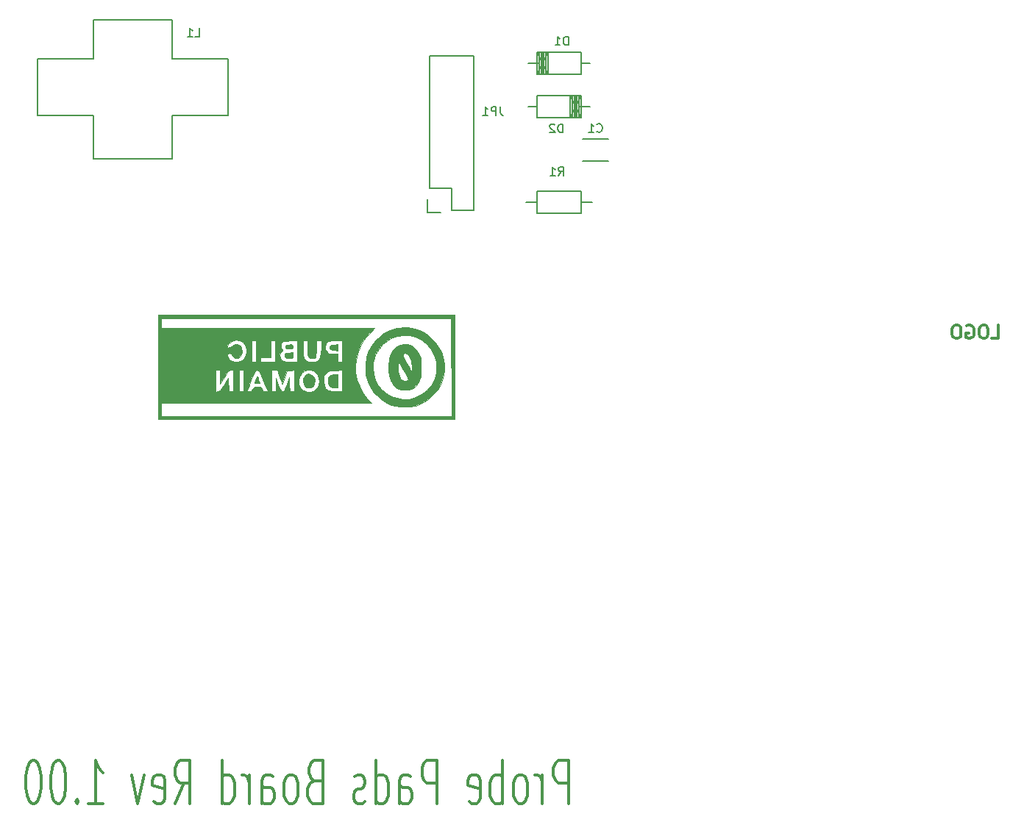
<source format=gbr>
G04 #@! TF.FileFunction,Legend,Bot*
%FSLAX46Y46*%
G04 Gerber Fmt 4.6, Leading zero omitted, Abs format (unit mm)*
G04 Created by KiCad (PCBNEW 4.0.2+dfsg1-stable) date Mon 14 Nov 2016 02:15:01 PM EST*
%MOMM*%
G01*
G04 APERTURE LIST*
%ADD10C,0.100000*%
%ADD11C,0.375000*%
%ADD12C,0.010000*%
%ADD13C,0.150000*%
%ADD14C,0.300000*%
G04 APERTURE END LIST*
D10*
D11*
X150142857Y-141261905D02*
X150142857Y-136261905D01*
X149000000Y-136261905D01*
X148714286Y-136500000D01*
X148571429Y-136738095D01*
X148428572Y-137214286D01*
X148428572Y-137928571D01*
X148571429Y-138404762D01*
X148714286Y-138642857D01*
X149000000Y-138880952D01*
X150142857Y-138880952D01*
X147142857Y-141261905D02*
X147142857Y-137928571D01*
X147142857Y-138880952D02*
X147000000Y-138404762D01*
X146857143Y-138166667D01*
X146571429Y-137928571D01*
X146285714Y-137928571D01*
X144857143Y-141261905D02*
X145142857Y-141023810D01*
X145285714Y-140785714D01*
X145428571Y-140309524D01*
X145428571Y-138880952D01*
X145285714Y-138404762D01*
X145142857Y-138166667D01*
X144857143Y-137928571D01*
X144428571Y-137928571D01*
X144142857Y-138166667D01*
X144000000Y-138404762D01*
X143857143Y-138880952D01*
X143857143Y-140309524D01*
X144000000Y-140785714D01*
X144142857Y-141023810D01*
X144428571Y-141261905D01*
X144857143Y-141261905D01*
X142571428Y-141261905D02*
X142571428Y-136261905D01*
X142571428Y-138166667D02*
X142285714Y-137928571D01*
X141714285Y-137928571D01*
X141428571Y-138166667D01*
X141285714Y-138404762D01*
X141142857Y-138880952D01*
X141142857Y-140309524D01*
X141285714Y-140785714D01*
X141428571Y-141023810D01*
X141714285Y-141261905D01*
X142285714Y-141261905D01*
X142571428Y-141023810D01*
X138714285Y-141023810D02*
X138999999Y-141261905D01*
X139571428Y-141261905D01*
X139857142Y-141023810D01*
X139999999Y-140547619D01*
X139999999Y-138642857D01*
X139857142Y-138166667D01*
X139571428Y-137928571D01*
X138999999Y-137928571D01*
X138714285Y-138166667D01*
X138571428Y-138642857D01*
X138571428Y-139119048D01*
X139999999Y-139595238D01*
X134999999Y-141261905D02*
X134999999Y-136261905D01*
X133857142Y-136261905D01*
X133571428Y-136500000D01*
X133428571Y-136738095D01*
X133285714Y-137214286D01*
X133285714Y-137928571D01*
X133428571Y-138404762D01*
X133571428Y-138642857D01*
X133857142Y-138880952D01*
X134999999Y-138880952D01*
X130714285Y-141261905D02*
X130714285Y-138642857D01*
X130857142Y-138166667D01*
X131142856Y-137928571D01*
X131714285Y-137928571D01*
X131999999Y-138166667D01*
X130714285Y-141023810D02*
X130999999Y-141261905D01*
X131714285Y-141261905D01*
X131999999Y-141023810D01*
X132142856Y-140547619D01*
X132142856Y-140071429D01*
X131999999Y-139595238D01*
X131714285Y-139357143D01*
X130999999Y-139357143D01*
X130714285Y-139119048D01*
X127999999Y-141261905D02*
X127999999Y-136261905D01*
X127999999Y-141023810D02*
X128285713Y-141261905D01*
X128857142Y-141261905D01*
X129142856Y-141023810D01*
X129285713Y-140785714D01*
X129428570Y-140309524D01*
X129428570Y-138880952D01*
X129285713Y-138404762D01*
X129142856Y-138166667D01*
X128857142Y-137928571D01*
X128285713Y-137928571D01*
X127999999Y-138166667D01*
X126714284Y-141023810D02*
X126428570Y-141261905D01*
X125857142Y-141261905D01*
X125571427Y-141023810D01*
X125428570Y-140547619D01*
X125428570Y-140309524D01*
X125571427Y-139833333D01*
X125857142Y-139595238D01*
X126285713Y-139595238D01*
X126571427Y-139357143D01*
X126714284Y-138880952D01*
X126714284Y-138642857D01*
X126571427Y-138166667D01*
X126285713Y-137928571D01*
X125857142Y-137928571D01*
X125571427Y-138166667D01*
X120857142Y-138642857D02*
X120428571Y-138880952D01*
X120285714Y-139119048D01*
X120142857Y-139595238D01*
X120142857Y-140309524D01*
X120285714Y-140785714D01*
X120428571Y-141023810D01*
X120714285Y-141261905D01*
X121857142Y-141261905D01*
X121857142Y-136261905D01*
X120857142Y-136261905D01*
X120571428Y-136500000D01*
X120428571Y-136738095D01*
X120285714Y-137214286D01*
X120285714Y-137690476D01*
X120428571Y-138166667D01*
X120571428Y-138404762D01*
X120857142Y-138642857D01*
X121857142Y-138642857D01*
X118428571Y-141261905D02*
X118714285Y-141023810D01*
X118857142Y-140785714D01*
X118999999Y-140309524D01*
X118999999Y-138880952D01*
X118857142Y-138404762D01*
X118714285Y-138166667D01*
X118428571Y-137928571D01*
X117999999Y-137928571D01*
X117714285Y-138166667D01*
X117571428Y-138404762D01*
X117428571Y-138880952D01*
X117428571Y-140309524D01*
X117571428Y-140785714D01*
X117714285Y-141023810D01*
X117999999Y-141261905D01*
X118428571Y-141261905D01*
X114857142Y-141261905D02*
X114857142Y-138642857D01*
X114999999Y-138166667D01*
X115285713Y-137928571D01*
X115857142Y-137928571D01*
X116142856Y-138166667D01*
X114857142Y-141023810D02*
X115142856Y-141261905D01*
X115857142Y-141261905D01*
X116142856Y-141023810D01*
X116285713Y-140547619D01*
X116285713Y-140071429D01*
X116142856Y-139595238D01*
X115857142Y-139357143D01*
X115142856Y-139357143D01*
X114857142Y-139119048D01*
X113428570Y-141261905D02*
X113428570Y-137928571D01*
X113428570Y-138880952D02*
X113285713Y-138404762D01*
X113142856Y-138166667D01*
X112857142Y-137928571D01*
X112571427Y-137928571D01*
X110285713Y-141261905D02*
X110285713Y-136261905D01*
X110285713Y-141023810D02*
X110571427Y-141261905D01*
X111142856Y-141261905D01*
X111428570Y-141023810D01*
X111571427Y-140785714D01*
X111714284Y-140309524D01*
X111714284Y-138880952D01*
X111571427Y-138404762D01*
X111428570Y-138166667D01*
X111142856Y-137928571D01*
X110571427Y-137928571D01*
X110285713Y-138166667D01*
X104857142Y-141261905D02*
X105857142Y-138880952D01*
X106571427Y-141261905D02*
X106571427Y-136261905D01*
X105428570Y-136261905D01*
X105142856Y-136500000D01*
X104999999Y-136738095D01*
X104857142Y-137214286D01*
X104857142Y-137928571D01*
X104999999Y-138404762D01*
X105142856Y-138642857D01*
X105428570Y-138880952D01*
X106571427Y-138880952D01*
X102428570Y-141023810D02*
X102714284Y-141261905D01*
X103285713Y-141261905D01*
X103571427Y-141023810D01*
X103714284Y-140547619D01*
X103714284Y-138642857D01*
X103571427Y-138166667D01*
X103285713Y-137928571D01*
X102714284Y-137928571D01*
X102428570Y-138166667D01*
X102285713Y-138642857D01*
X102285713Y-139119048D01*
X103714284Y-139595238D01*
X101285713Y-137928571D02*
X100571427Y-141261905D01*
X99857141Y-137928571D01*
X94857142Y-141261905D02*
X96571427Y-141261905D01*
X95714285Y-141261905D02*
X95714285Y-136261905D01*
X95999999Y-136976190D01*
X96285713Y-137452381D01*
X96571427Y-137690476D01*
X93571427Y-140785714D02*
X93428570Y-141023810D01*
X93571427Y-141261905D01*
X93714284Y-141023810D01*
X93571427Y-140785714D01*
X93571427Y-141261905D01*
X91571428Y-136261905D02*
X91285713Y-136261905D01*
X90999999Y-136500000D01*
X90857142Y-136738095D01*
X90714285Y-137214286D01*
X90571428Y-138166667D01*
X90571428Y-139357143D01*
X90714285Y-140309524D01*
X90857142Y-140785714D01*
X90999999Y-141023810D01*
X91285713Y-141261905D01*
X91571428Y-141261905D01*
X91857142Y-141023810D01*
X91999999Y-140785714D01*
X92142856Y-140309524D01*
X92285713Y-139357143D01*
X92285713Y-138166667D01*
X92142856Y-137214286D01*
X91999999Y-136738095D01*
X91857142Y-136500000D01*
X91571428Y-136261905D01*
X88714285Y-136261905D02*
X88428570Y-136261905D01*
X88142856Y-136500000D01*
X87999999Y-136738095D01*
X87857142Y-137214286D01*
X87714285Y-138166667D01*
X87714285Y-139357143D01*
X87857142Y-140309524D01*
X87999999Y-140785714D01*
X88142856Y-141023810D01*
X88428570Y-141261905D01*
X88714285Y-141261905D01*
X88999999Y-141023810D01*
X89142856Y-140785714D01*
X89285713Y-140309524D01*
X89428570Y-139357143D01*
X89428570Y-138166667D01*
X89285713Y-137214286D01*
X89142856Y-136738095D01*
X88999999Y-136500000D01*
X88714285Y-136261905D01*
D12*
G36*
X102897334Y-97011333D02*
X137018000Y-97011333D01*
X137018000Y-96672667D01*
X136680534Y-96672667D01*
X103236000Y-96672667D01*
X103236000Y-95148667D01*
X127464875Y-95148667D01*
X126984977Y-94619500D01*
X126492133Y-93964457D01*
X126401853Y-93794000D01*
X124064000Y-93794000D01*
X123382463Y-93794000D01*
X122899429Y-93771761D01*
X122554886Y-93706728D01*
X122452562Y-93665567D01*
X122183386Y-93446113D01*
X122017735Y-93112916D01*
X121952409Y-92670697D01*
X121431099Y-92670697D01*
X121368451Y-93068796D01*
X121297590Y-93262778D01*
X121072625Y-93554318D01*
X120746601Y-93750979D01*
X120365097Y-93842569D01*
X119973691Y-93818894D01*
X119914311Y-93794000D01*
X118560667Y-93794000D01*
X118058799Y-93794000D01*
X118034566Y-92968500D01*
X118010334Y-92143000D01*
X117726587Y-92973296D01*
X117596561Y-93345712D01*
X117501354Y-93584828D01*
X117423633Y-93718446D01*
X117346064Y-93774368D01*
X117251315Y-93780395D01*
X117225117Y-93777629D01*
X117116683Y-93748153D01*
X117027711Y-93668835D01*
X116939485Y-93508835D01*
X116833286Y-93237316D01*
X116746863Y-92989667D01*
X116486334Y-92227667D01*
X116461990Y-93010833D01*
X116437646Y-93794000D01*
X115936000Y-93794000D01*
X115497853Y-93794000D01*
X115215654Y-93794000D01*
X115014601Y-93771962D01*
X114917121Y-93674088D01*
X114877667Y-93540000D01*
X114837038Y-93397576D01*
X114765231Y-93321735D01*
X114616983Y-93291528D01*
X114347029Y-93286004D01*
X114328889Y-93286000D01*
X114049802Y-93291596D01*
X113891768Y-93322426D01*
X113806558Y-93399556D01*
X113747354Y-93540000D01*
X113650538Y-93723695D01*
X113493815Y-93789362D01*
X113393349Y-93794000D01*
X113219405Y-93775237D01*
X113154832Y-93729616D01*
X113156112Y-93725113D01*
X113193869Y-93624796D01*
X113278588Y-93395578D01*
X113399166Y-93067622D01*
X113544499Y-92671093D01*
X113607667Y-92498422D01*
X113773240Y-92048320D01*
X113895160Y-91733207D01*
X113987799Y-91528989D01*
X114065524Y-91411574D01*
X114142706Y-91356868D01*
X114233714Y-91340777D01*
X114298765Y-91339643D01*
X114437483Y-91348921D01*
X114536735Y-91399997D01*
X114623451Y-91525900D01*
X114724563Y-91759660D01*
X114798460Y-91952500D01*
X114955704Y-92367949D01*
X115131276Y-92830756D01*
X115264121Y-93180167D01*
X115497853Y-93794000D01*
X115936000Y-93794000D01*
X115936000Y-91338667D01*
X112718667Y-91338667D01*
X112718667Y-93794000D01*
X112210667Y-93794000D01*
X112210667Y-91338667D01*
X111533334Y-91338667D01*
X111533334Y-93794000D01*
X111031688Y-93794000D01*
X110983000Y-92227886D01*
X110510690Y-92989776D01*
X110291311Y-93335396D01*
X110130684Y-93560550D01*
X110003746Y-93691909D01*
X109885437Y-93756144D01*
X109769857Y-93778198D01*
X109501334Y-93804729D01*
X109501334Y-91338667D01*
X110002979Y-91338667D01*
X110027323Y-92117918D01*
X110051667Y-92897170D01*
X110517334Y-92119334D01*
X110728182Y-91773135D01*
X110879763Y-91548090D01*
X110996724Y-91418272D01*
X111103714Y-91357756D01*
X111225379Y-91340616D01*
X111258167Y-91340082D01*
X111533334Y-91338667D01*
X112210667Y-91338667D01*
X112718667Y-91338667D01*
X115936000Y-91338667D01*
X116674632Y-91338667D01*
X116916273Y-92143000D01*
X117022820Y-92482465D01*
X117115822Y-92751105D01*
X117182773Y-92914262D01*
X117206461Y-92947333D01*
X117251626Y-92872317D01*
X117333832Y-92670438D01*
X117439577Y-92376445D01*
X117510709Y-92164167D01*
X117766409Y-91381000D01*
X118163538Y-91355194D01*
X118560667Y-91329389D01*
X118560667Y-93794000D01*
X119914311Y-93794000D01*
X119617961Y-93669761D01*
X119583997Y-93646015D01*
X119286094Y-93329474D01*
X119119760Y-92930721D01*
X119091677Y-92481897D01*
X119208522Y-92015142D01*
X119233207Y-91958115D01*
X119454460Y-91627895D01*
X119768716Y-91425877D01*
X120193262Y-91342236D01*
X120323045Y-91338667D01*
X120749112Y-91405860D01*
X121080583Y-91611981D01*
X121314025Y-91934604D01*
X121413273Y-92267050D01*
X121431099Y-92670697D01*
X121952409Y-92670697D01*
X121949765Y-92652804D01*
X121947334Y-92526961D01*
X121957231Y-92223597D01*
X122002942Y-92019621D01*
X122108494Y-91845498D01*
X122232159Y-91702715D01*
X122372844Y-91555939D01*
X122497514Y-91462728D01*
X122650653Y-91408466D01*
X122876744Y-91378533D01*
X123220272Y-91358313D01*
X123290492Y-91354936D01*
X124064000Y-91317954D01*
X124064000Y-93794000D01*
X126401853Y-93794000D01*
X126088735Y-93202811D01*
X125792892Y-92381474D01*
X125622710Y-91547360D01*
X125588000Y-91000000D01*
X125670857Y-90101086D01*
X125912886Y-89214952D01*
X126304283Y-88365293D01*
X126582234Y-87952000D01*
X124064000Y-87952000D01*
X124064000Y-90407333D01*
X123810000Y-90407333D01*
X123664793Y-90399514D01*
X123589213Y-90348269D01*
X123560527Y-90211920D01*
X123556001Y-89948788D01*
X123556000Y-89941667D01*
X123556000Y-89476000D01*
X123083821Y-89476000D01*
X122788842Y-89463099D01*
X122592759Y-89408464D01*
X122426073Y-89288196D01*
X122364154Y-89228513D01*
X122164254Y-88939858D01*
X122127982Y-88627207D01*
X122240536Y-88296722D01*
X122334104Y-88144118D01*
X122449543Y-88044390D01*
X122622417Y-87986498D01*
X122888290Y-87959407D01*
X123282728Y-87952077D01*
X123351259Y-87952000D01*
X121712066Y-87952000D01*
X121680745Y-88867094D01*
X121644782Y-89419560D01*
X121570440Y-89825368D01*
X121443060Y-90105525D01*
X121247982Y-90281035D01*
X120970548Y-90372907D01*
X120609629Y-90401966D01*
X120316208Y-90375630D01*
X120050450Y-90303683D01*
X120004975Y-90282906D01*
X119827087Y-90148567D01*
X119702644Y-89942744D01*
X119624378Y-89640041D01*
X119585025Y-89215067D01*
X119576667Y-88786032D01*
X119576667Y-87952000D01*
X118899334Y-87952000D01*
X118899334Y-90407333D01*
X118327834Y-90406861D01*
X117975928Y-90393091D01*
X117642315Y-90357820D01*
X117438969Y-90318252D01*
X117131243Y-90161764D01*
X116952815Y-89920441D01*
X116912868Y-89628805D01*
X117020584Y-89321375D01*
X117133885Y-89171208D01*
X117239544Y-89033778D01*
X117226955Y-88943766D01*
X117166488Y-88885674D01*
X117075904Y-88730262D01*
X117036709Y-88503981D01*
X117036667Y-88496767D01*
X117069699Y-88268773D01*
X117183641Y-88111163D01*
X117400764Y-88013100D01*
X117743340Y-87963748D01*
X118156173Y-87952000D01*
X116359334Y-87952000D01*
X116359334Y-90407333D01*
X114666000Y-90407333D01*
X114666000Y-89899333D01*
X115851334Y-89899333D01*
X115851334Y-87952000D01*
X114158000Y-87952000D01*
X114158000Y-90407333D01*
X113650000Y-90407333D01*
X113650000Y-89264375D01*
X113103734Y-89264375D01*
X113003767Y-89642226D01*
X112815635Y-89987384D01*
X112564681Y-90246010D01*
X112422334Y-90326559D01*
X112102658Y-90394119D01*
X111730551Y-90383157D01*
X111401293Y-90297954D01*
X111361229Y-90278900D01*
X111134111Y-90096236D01*
X110950923Y-89836906D01*
X110859195Y-89572067D01*
X110856000Y-89522538D01*
X110925553Y-89419826D01*
X111110000Y-89391333D01*
X111311653Y-89429197D01*
X111364000Y-89518333D01*
X111436639Y-89703794D01*
X111613756Y-89872833D01*
X111834154Y-89974027D01*
X111918182Y-89984000D01*
X112126392Y-89925409D01*
X112333894Y-89783665D01*
X112341516Y-89776182D01*
X112504718Y-89504970D01*
X112564379Y-89164305D01*
X112520497Y-88818724D01*
X112373072Y-88532761D01*
X112341516Y-88498485D01*
X112103169Y-88328225D01*
X111866313Y-88315178D01*
X111601767Y-88459483D01*
X111548774Y-88502333D01*
X111366105Y-88616030D01*
X111155730Y-88694416D01*
X110970861Y-88724805D01*
X110864710Y-88694516D01*
X110856000Y-88667462D01*
X110919780Y-88473539D01*
X111078091Y-88251509D01*
X111281396Y-88062243D01*
X111409238Y-87987663D01*
X111863572Y-87873984D01*
X112276746Y-87918139D01*
X112630623Y-88110200D01*
X112907064Y-88440239D01*
X113087930Y-88898331D01*
X113090194Y-88907672D01*
X113103734Y-89264375D01*
X113650000Y-89264375D01*
X113650000Y-87952000D01*
X114158000Y-87952000D01*
X115851334Y-87952000D01*
X116359334Y-87952000D01*
X118156173Y-87952000D01*
X118899334Y-87952000D01*
X119576667Y-87952000D01*
X120084667Y-87952000D01*
X120084667Y-88779828D01*
X120100031Y-89275104D01*
X120151348Y-89623231D01*
X120246459Y-89844039D01*
X120393205Y-89957362D01*
X120560701Y-89984000D01*
X120781466Y-89971085D01*
X120932520Y-89914577D01*
X121026900Y-89787827D01*
X121077645Y-89564189D01*
X121097790Y-89217016D01*
X121100667Y-88880354D01*
X121100667Y-87952000D01*
X121712066Y-87952000D01*
X123351259Y-87952000D01*
X124064000Y-87952000D01*
X126582234Y-87952000D01*
X126835238Y-87575804D01*
X127161109Y-87199173D01*
X127806925Y-86512667D01*
X115517594Y-86512667D01*
X103228264Y-86512666D01*
X103253299Y-85941166D01*
X103278334Y-85369667D01*
X136637000Y-85369667D01*
X136680534Y-96672667D01*
X137018000Y-96672667D01*
X137018000Y-84988667D01*
X102897334Y-84988667D01*
X102897334Y-97011333D01*
X102897334Y-97011333D01*
G37*
X102897334Y-97011333D02*
X137018000Y-97011333D01*
X137018000Y-96672667D01*
X136680534Y-96672667D01*
X103236000Y-96672667D01*
X103236000Y-95148667D01*
X127464875Y-95148667D01*
X126984977Y-94619500D01*
X126492133Y-93964457D01*
X126401853Y-93794000D01*
X124064000Y-93794000D01*
X123382463Y-93794000D01*
X122899429Y-93771761D01*
X122554886Y-93706728D01*
X122452562Y-93665567D01*
X122183386Y-93446113D01*
X122017735Y-93112916D01*
X121952409Y-92670697D01*
X121431099Y-92670697D01*
X121368451Y-93068796D01*
X121297590Y-93262778D01*
X121072625Y-93554318D01*
X120746601Y-93750979D01*
X120365097Y-93842569D01*
X119973691Y-93818894D01*
X119914311Y-93794000D01*
X118560667Y-93794000D01*
X118058799Y-93794000D01*
X118034566Y-92968500D01*
X118010334Y-92143000D01*
X117726587Y-92973296D01*
X117596561Y-93345712D01*
X117501354Y-93584828D01*
X117423633Y-93718446D01*
X117346064Y-93774368D01*
X117251315Y-93780395D01*
X117225117Y-93777629D01*
X117116683Y-93748153D01*
X117027711Y-93668835D01*
X116939485Y-93508835D01*
X116833286Y-93237316D01*
X116746863Y-92989667D01*
X116486334Y-92227667D01*
X116461990Y-93010833D01*
X116437646Y-93794000D01*
X115936000Y-93794000D01*
X115497853Y-93794000D01*
X115215654Y-93794000D01*
X115014601Y-93771962D01*
X114917121Y-93674088D01*
X114877667Y-93540000D01*
X114837038Y-93397576D01*
X114765231Y-93321735D01*
X114616983Y-93291528D01*
X114347029Y-93286004D01*
X114328889Y-93286000D01*
X114049802Y-93291596D01*
X113891768Y-93322426D01*
X113806558Y-93399556D01*
X113747354Y-93540000D01*
X113650538Y-93723695D01*
X113493815Y-93789362D01*
X113393349Y-93794000D01*
X113219405Y-93775237D01*
X113154832Y-93729616D01*
X113156112Y-93725113D01*
X113193869Y-93624796D01*
X113278588Y-93395578D01*
X113399166Y-93067622D01*
X113544499Y-92671093D01*
X113607667Y-92498422D01*
X113773240Y-92048320D01*
X113895160Y-91733207D01*
X113987799Y-91528989D01*
X114065524Y-91411574D01*
X114142706Y-91356868D01*
X114233714Y-91340777D01*
X114298765Y-91339643D01*
X114437483Y-91348921D01*
X114536735Y-91399997D01*
X114623451Y-91525900D01*
X114724563Y-91759660D01*
X114798460Y-91952500D01*
X114955704Y-92367949D01*
X115131276Y-92830756D01*
X115264121Y-93180167D01*
X115497853Y-93794000D01*
X115936000Y-93794000D01*
X115936000Y-91338667D01*
X112718667Y-91338667D01*
X112718667Y-93794000D01*
X112210667Y-93794000D01*
X112210667Y-91338667D01*
X111533334Y-91338667D01*
X111533334Y-93794000D01*
X111031688Y-93794000D01*
X110983000Y-92227886D01*
X110510690Y-92989776D01*
X110291311Y-93335396D01*
X110130684Y-93560550D01*
X110003746Y-93691909D01*
X109885437Y-93756144D01*
X109769857Y-93778198D01*
X109501334Y-93804729D01*
X109501334Y-91338667D01*
X110002979Y-91338667D01*
X110027323Y-92117918D01*
X110051667Y-92897170D01*
X110517334Y-92119334D01*
X110728182Y-91773135D01*
X110879763Y-91548090D01*
X110996724Y-91418272D01*
X111103714Y-91357756D01*
X111225379Y-91340616D01*
X111258167Y-91340082D01*
X111533334Y-91338667D01*
X112210667Y-91338667D01*
X112718667Y-91338667D01*
X115936000Y-91338667D01*
X116674632Y-91338667D01*
X116916273Y-92143000D01*
X117022820Y-92482465D01*
X117115822Y-92751105D01*
X117182773Y-92914262D01*
X117206461Y-92947333D01*
X117251626Y-92872317D01*
X117333832Y-92670438D01*
X117439577Y-92376445D01*
X117510709Y-92164167D01*
X117766409Y-91381000D01*
X118163538Y-91355194D01*
X118560667Y-91329389D01*
X118560667Y-93794000D01*
X119914311Y-93794000D01*
X119617961Y-93669761D01*
X119583997Y-93646015D01*
X119286094Y-93329474D01*
X119119760Y-92930721D01*
X119091677Y-92481897D01*
X119208522Y-92015142D01*
X119233207Y-91958115D01*
X119454460Y-91627895D01*
X119768716Y-91425877D01*
X120193262Y-91342236D01*
X120323045Y-91338667D01*
X120749112Y-91405860D01*
X121080583Y-91611981D01*
X121314025Y-91934604D01*
X121413273Y-92267050D01*
X121431099Y-92670697D01*
X121952409Y-92670697D01*
X121949765Y-92652804D01*
X121947334Y-92526961D01*
X121957231Y-92223597D01*
X122002942Y-92019621D01*
X122108494Y-91845498D01*
X122232159Y-91702715D01*
X122372844Y-91555939D01*
X122497514Y-91462728D01*
X122650653Y-91408466D01*
X122876744Y-91378533D01*
X123220272Y-91358313D01*
X123290492Y-91354936D01*
X124064000Y-91317954D01*
X124064000Y-93794000D01*
X126401853Y-93794000D01*
X126088735Y-93202811D01*
X125792892Y-92381474D01*
X125622710Y-91547360D01*
X125588000Y-91000000D01*
X125670857Y-90101086D01*
X125912886Y-89214952D01*
X126304283Y-88365293D01*
X126582234Y-87952000D01*
X124064000Y-87952000D01*
X124064000Y-90407333D01*
X123810000Y-90407333D01*
X123664793Y-90399514D01*
X123589213Y-90348269D01*
X123560527Y-90211920D01*
X123556001Y-89948788D01*
X123556000Y-89941667D01*
X123556000Y-89476000D01*
X123083821Y-89476000D01*
X122788842Y-89463099D01*
X122592759Y-89408464D01*
X122426073Y-89288196D01*
X122364154Y-89228513D01*
X122164254Y-88939858D01*
X122127982Y-88627207D01*
X122240536Y-88296722D01*
X122334104Y-88144118D01*
X122449543Y-88044390D01*
X122622417Y-87986498D01*
X122888290Y-87959407D01*
X123282728Y-87952077D01*
X123351259Y-87952000D01*
X121712066Y-87952000D01*
X121680745Y-88867094D01*
X121644782Y-89419560D01*
X121570440Y-89825368D01*
X121443060Y-90105525D01*
X121247982Y-90281035D01*
X120970548Y-90372907D01*
X120609629Y-90401966D01*
X120316208Y-90375630D01*
X120050450Y-90303683D01*
X120004975Y-90282906D01*
X119827087Y-90148567D01*
X119702644Y-89942744D01*
X119624378Y-89640041D01*
X119585025Y-89215067D01*
X119576667Y-88786032D01*
X119576667Y-87952000D01*
X118899334Y-87952000D01*
X118899334Y-90407333D01*
X118327834Y-90406861D01*
X117975928Y-90393091D01*
X117642315Y-90357820D01*
X117438969Y-90318252D01*
X117131243Y-90161764D01*
X116952815Y-89920441D01*
X116912868Y-89628805D01*
X117020584Y-89321375D01*
X117133885Y-89171208D01*
X117239544Y-89033778D01*
X117226955Y-88943766D01*
X117166488Y-88885674D01*
X117075904Y-88730262D01*
X117036709Y-88503981D01*
X117036667Y-88496767D01*
X117069699Y-88268773D01*
X117183641Y-88111163D01*
X117400764Y-88013100D01*
X117743340Y-87963748D01*
X118156173Y-87952000D01*
X116359334Y-87952000D01*
X116359334Y-90407333D01*
X114666000Y-90407333D01*
X114666000Y-89899333D01*
X115851334Y-89899333D01*
X115851334Y-87952000D01*
X114158000Y-87952000D01*
X114158000Y-90407333D01*
X113650000Y-90407333D01*
X113650000Y-89264375D01*
X113103734Y-89264375D01*
X113003767Y-89642226D01*
X112815635Y-89987384D01*
X112564681Y-90246010D01*
X112422334Y-90326559D01*
X112102658Y-90394119D01*
X111730551Y-90383157D01*
X111401293Y-90297954D01*
X111361229Y-90278900D01*
X111134111Y-90096236D01*
X110950923Y-89836906D01*
X110859195Y-89572067D01*
X110856000Y-89522538D01*
X110925553Y-89419826D01*
X111110000Y-89391333D01*
X111311653Y-89429197D01*
X111364000Y-89518333D01*
X111436639Y-89703794D01*
X111613756Y-89872833D01*
X111834154Y-89974027D01*
X111918182Y-89984000D01*
X112126392Y-89925409D01*
X112333894Y-89783665D01*
X112341516Y-89776182D01*
X112504718Y-89504970D01*
X112564379Y-89164305D01*
X112520497Y-88818724D01*
X112373072Y-88532761D01*
X112341516Y-88498485D01*
X112103169Y-88328225D01*
X111866313Y-88315178D01*
X111601767Y-88459483D01*
X111548774Y-88502333D01*
X111366105Y-88616030D01*
X111155730Y-88694416D01*
X110970861Y-88724805D01*
X110864710Y-88694516D01*
X110856000Y-88667462D01*
X110919780Y-88473539D01*
X111078091Y-88251509D01*
X111281396Y-88062243D01*
X111409238Y-87987663D01*
X111863572Y-87873984D01*
X112276746Y-87918139D01*
X112630623Y-88110200D01*
X112907064Y-88440239D01*
X113087930Y-88898331D01*
X113090194Y-88907672D01*
X113103734Y-89264375D01*
X113650000Y-89264375D01*
X113650000Y-87952000D01*
X114158000Y-87952000D01*
X115851334Y-87952000D01*
X116359334Y-87952000D01*
X118156173Y-87952000D01*
X118899334Y-87952000D01*
X119576667Y-87952000D01*
X120084667Y-87952000D01*
X120084667Y-88779828D01*
X120100031Y-89275104D01*
X120151348Y-89623231D01*
X120246459Y-89844039D01*
X120393205Y-89957362D01*
X120560701Y-89984000D01*
X120781466Y-89971085D01*
X120932520Y-89914577D01*
X121026900Y-89787827D01*
X121077645Y-89564189D01*
X121097790Y-89217016D01*
X121100667Y-88880354D01*
X121100667Y-87952000D01*
X121712066Y-87952000D01*
X123351259Y-87952000D01*
X124064000Y-87952000D01*
X126582234Y-87952000D01*
X126835238Y-87575804D01*
X127161109Y-87199173D01*
X127806925Y-86512667D01*
X115517594Y-86512667D01*
X103228264Y-86512666D01*
X103253299Y-85941166D01*
X103278334Y-85369667D01*
X136637000Y-85369667D01*
X136680534Y-96672667D01*
X137018000Y-96672667D01*
X137018000Y-84988667D01*
X102897334Y-84988667D01*
X102897334Y-97011333D01*
G36*
X130450018Y-86504492D02*
X129631130Y-86728139D01*
X128886051Y-87102615D01*
X128208786Y-87630341D01*
X128090371Y-87745037D01*
X127534322Y-88404645D01*
X127133473Y-89121036D01*
X126882868Y-89906462D01*
X126777546Y-90773178D01*
X126773334Y-91000000D01*
X126836680Y-91861207D01*
X127033609Y-92636643D01*
X127374458Y-93356657D01*
X127771375Y-93930520D01*
X128127912Y-94302813D01*
X128593643Y-94676630D01*
X129113255Y-95013348D01*
X129631438Y-95274347D01*
X129779000Y-95332346D01*
X130226753Y-95448849D01*
X130775718Y-95523225D01*
X131364416Y-95552999D01*
X131931367Y-95535699D01*
X132415093Y-95468854D01*
X132521157Y-95442632D01*
X133292624Y-95142297D01*
X134001403Y-94698907D01*
X134626317Y-94133577D01*
X135146191Y-93467417D01*
X135539846Y-92721541D01*
X135697592Y-92275799D01*
X135781661Y-91846781D01*
X135823762Y-91316832D01*
X135823762Y-90817076D01*
X134969009Y-90817076D01*
X134932530Y-91612960D01*
X134742836Y-92338166D01*
X134396998Y-93000046D01*
X133892086Y-93605952D01*
X133835482Y-93661115D01*
X133220743Y-94140193D01*
X132539303Y-94474633D01*
X131814024Y-94659553D01*
X131067763Y-94690067D01*
X130323381Y-94561292D01*
X130047883Y-94470373D01*
X129557486Y-94232745D01*
X129059251Y-93899922D01*
X128609264Y-93514816D01*
X128263612Y-93120342D01*
X128240797Y-93087692D01*
X127918530Y-92478660D01*
X127710609Y-91786066D01*
X127625916Y-91058829D01*
X127673334Y-90345870D01*
X127709738Y-90163041D01*
X127936908Y-89513437D01*
X128298076Y-88892611D01*
X128763153Y-88338757D01*
X129302054Y-87890068D01*
X129667484Y-87677825D01*
X130407651Y-87405683D01*
X131153121Y-87294722D01*
X131885605Y-87338443D01*
X132586813Y-87530346D01*
X133238455Y-87863931D01*
X133822241Y-88332697D01*
X134319881Y-88930145D01*
X134614336Y-89435861D01*
X134781669Y-89796077D01*
X134883214Y-90091062D01*
X134938696Y-90397640D01*
X134967843Y-90792634D01*
X134969009Y-90817076D01*
X135823762Y-90817076D01*
X135823763Y-90749106D01*
X135781530Y-90206759D01*
X135702881Y-89775293D01*
X135503075Y-89189418D01*
X135210434Y-88646125D01*
X134799493Y-88102462D01*
X134542395Y-87817801D01*
X133897562Y-87237731D01*
X133206789Y-86817998D01*
X132456613Y-86552748D01*
X131633573Y-86436128D01*
X131348712Y-86429251D01*
X130450018Y-86504492D01*
X130450018Y-86504492D01*
G37*
X130450018Y-86504492D02*
X129631130Y-86728139D01*
X128886051Y-87102615D01*
X128208786Y-87630341D01*
X128090371Y-87745037D01*
X127534322Y-88404645D01*
X127133473Y-89121036D01*
X126882868Y-89906462D01*
X126777546Y-90773178D01*
X126773334Y-91000000D01*
X126836680Y-91861207D01*
X127033609Y-92636643D01*
X127374458Y-93356657D01*
X127771375Y-93930520D01*
X128127912Y-94302813D01*
X128593643Y-94676630D01*
X129113255Y-95013348D01*
X129631438Y-95274347D01*
X129779000Y-95332346D01*
X130226753Y-95448849D01*
X130775718Y-95523225D01*
X131364416Y-95552999D01*
X131931367Y-95535699D01*
X132415093Y-95468854D01*
X132521157Y-95442632D01*
X133292624Y-95142297D01*
X134001403Y-94698907D01*
X134626317Y-94133577D01*
X135146191Y-93467417D01*
X135539846Y-92721541D01*
X135697592Y-92275799D01*
X135781661Y-91846781D01*
X135823762Y-91316832D01*
X135823762Y-90817076D01*
X134969009Y-90817076D01*
X134932530Y-91612960D01*
X134742836Y-92338166D01*
X134396998Y-93000046D01*
X133892086Y-93605952D01*
X133835482Y-93661115D01*
X133220743Y-94140193D01*
X132539303Y-94474633D01*
X131814024Y-94659553D01*
X131067763Y-94690067D01*
X130323381Y-94561292D01*
X130047883Y-94470373D01*
X129557486Y-94232745D01*
X129059251Y-93899922D01*
X128609264Y-93514816D01*
X128263612Y-93120342D01*
X128240797Y-93087692D01*
X127918530Y-92478660D01*
X127710609Y-91786066D01*
X127625916Y-91058829D01*
X127673334Y-90345870D01*
X127709738Y-90163041D01*
X127936908Y-89513437D01*
X128298076Y-88892611D01*
X128763153Y-88338757D01*
X129302054Y-87890068D01*
X129667484Y-87677825D01*
X130407651Y-87405683D01*
X131153121Y-87294722D01*
X131885605Y-87338443D01*
X132586813Y-87530346D01*
X133238455Y-87863931D01*
X133822241Y-88332697D01*
X134319881Y-88930145D01*
X134614336Y-89435861D01*
X134781669Y-89796077D01*
X134883214Y-90091062D01*
X134938696Y-90397640D01*
X134967843Y-90792634D01*
X134969009Y-90817076D01*
X135823762Y-90817076D01*
X135823763Y-90749106D01*
X135781530Y-90206759D01*
X135702881Y-89775293D01*
X135503075Y-89189418D01*
X135210434Y-88646125D01*
X134799493Y-88102462D01*
X134542395Y-87817801D01*
X133897562Y-87237731D01*
X133206789Y-86817998D01*
X132456613Y-86552748D01*
X131633573Y-86436128D01*
X131348712Y-86429251D01*
X130450018Y-86504492D01*
G36*
X119958103Y-91848273D02*
X119765954Y-92035190D01*
X119642551Y-92297000D01*
X119610246Y-92610409D01*
X119691389Y-92952123D01*
X119720113Y-93015547D01*
X119842404Y-93221788D01*
X119986991Y-93318123D01*
X120223229Y-93353899D01*
X120472103Y-93351626D01*
X120634543Y-93278573D01*
X120752395Y-93151981D01*
X120901595Y-92846789D01*
X120936377Y-92498674D01*
X120858255Y-92169681D01*
X120723516Y-91969818D01*
X120459235Y-91792293D01*
X120196647Y-91759542D01*
X119958103Y-91848273D01*
X119958103Y-91848273D01*
G37*
X119958103Y-91848273D02*
X119765954Y-92035190D01*
X119642551Y-92297000D01*
X119610246Y-92610409D01*
X119691389Y-92952123D01*
X119720113Y-93015547D01*
X119842404Y-93221788D01*
X119986991Y-93318123D01*
X120223229Y-93353899D01*
X120472103Y-93351626D01*
X120634543Y-93278573D01*
X120752395Y-93151981D01*
X120901595Y-92846789D01*
X120936377Y-92498674D01*
X120858255Y-92169681D01*
X120723516Y-91969818D01*
X120459235Y-91792293D01*
X120196647Y-91759542D01*
X119958103Y-91848273D01*
G36*
X122818309Y-91895812D02*
X122589133Y-92051922D01*
X122474531Y-92328009D01*
X122455334Y-92570182D01*
X122517795Y-92948296D01*
X122700698Y-93210367D01*
X122997319Y-93349296D01*
X123213485Y-93370667D01*
X123556000Y-93370667D01*
X123556000Y-91846667D01*
X123175000Y-91846667D01*
X122818309Y-91895812D01*
X122818309Y-91895812D01*
G37*
X122818309Y-91895812D02*
X122589133Y-92051922D01*
X122474531Y-92328009D01*
X122455334Y-92570182D01*
X122517795Y-92948296D01*
X122700698Y-93210367D01*
X122997319Y-93349296D01*
X123213485Y-93370667D01*
X123556000Y-93370667D01*
X123556000Y-91846667D01*
X123175000Y-91846667D01*
X122818309Y-91895812D01*
G36*
X114254353Y-92118130D02*
X114181563Y-92318258D01*
X114133071Y-92460500D01*
X113998945Y-92862667D01*
X114299318Y-92862667D01*
X114496418Y-92851522D01*
X114565745Y-92795066D01*
X114548512Y-92658769D01*
X114547503Y-92654734D01*
X114475963Y-92409097D01*
X114396569Y-92191851D01*
X114328530Y-92050848D01*
X114294896Y-92025424D01*
X114254353Y-92118130D01*
X114254353Y-92118130D01*
G37*
X114254353Y-92118130D02*
X114181563Y-92318258D01*
X114133071Y-92460500D01*
X113998945Y-92862667D01*
X114299318Y-92862667D01*
X114496418Y-92851522D01*
X114565745Y-92795066D01*
X114548512Y-92658769D01*
X114547503Y-92654734D01*
X114475963Y-92409097D01*
X114396569Y-92191851D01*
X114328530Y-92050848D01*
X114294896Y-92025424D01*
X114254353Y-92118130D01*
G36*
X123162507Y-88391861D02*
X122839001Y-88450135D01*
X122676106Y-88565833D01*
X122624233Y-88760883D01*
X122725930Y-88913308D01*
X122968105Y-89010451D01*
X123162507Y-89036139D01*
X123556000Y-89061944D01*
X123556000Y-88366055D01*
X123162507Y-88391861D01*
X123162507Y-88391861D01*
G37*
X123162507Y-88391861D02*
X122839001Y-88450135D01*
X122676106Y-88565833D01*
X122624233Y-88760883D01*
X122725930Y-88913308D01*
X122968105Y-89010451D01*
X123162507Y-89036139D01*
X123556000Y-89061944D01*
X123556000Y-88366055D01*
X123162507Y-88391861D01*
G36*
X117946834Y-89323409D02*
X117684266Y-89346926D01*
X117546057Y-89393077D01*
X117487235Y-89483934D01*
X117473126Y-89555923D01*
X117512725Y-89777005D01*
X117695309Y-89922340D01*
X118008189Y-89982809D01*
X118068849Y-89984000D01*
X118274353Y-89975373D01*
X118366342Y-89917120D01*
X118390461Y-89760677D01*
X118391334Y-89640909D01*
X118391334Y-89297817D01*
X117946834Y-89323409D01*
X117946834Y-89323409D01*
G37*
X117946834Y-89323409D02*
X117684266Y-89346926D01*
X117546057Y-89393077D01*
X117487235Y-89483934D01*
X117473126Y-89555923D01*
X117512725Y-89777005D01*
X117695309Y-89922340D01*
X118008189Y-89982809D01*
X118068849Y-89984000D01*
X118274353Y-89975373D01*
X118366342Y-89917120D01*
X118390461Y-89760677D01*
X118391334Y-89640909D01*
X118391334Y-89297817D01*
X117946834Y-89323409D01*
G36*
X117989167Y-88391861D02*
X117745273Y-88416321D01*
X117626626Y-88465834D01*
X117589144Y-88566428D01*
X117587000Y-88629333D01*
X117603740Y-88758773D01*
X117683349Y-88826327D01*
X117869909Y-88858025D01*
X117989167Y-88866805D01*
X118231389Y-88877042D01*
X118349374Y-88849189D01*
X118387817Y-88756857D01*
X118391334Y-88629333D01*
X118383229Y-88471283D01*
X118329118Y-88397516D01*
X118184309Y-88381642D01*
X117989167Y-88391861D01*
X117989167Y-88391861D01*
G37*
X117989167Y-88391861D02*
X117745273Y-88416321D01*
X117626626Y-88465834D01*
X117589144Y-88566428D01*
X117587000Y-88629333D01*
X117603740Y-88758773D01*
X117683349Y-88826327D01*
X117869909Y-88858025D01*
X117989167Y-88866805D01*
X118231389Y-88877042D01*
X118349374Y-88849189D01*
X118387817Y-88756857D01*
X118391334Y-88629333D01*
X118383229Y-88471283D01*
X118329118Y-88397516D01*
X118184309Y-88381642D01*
X117989167Y-88391861D01*
G36*
X130758401Y-88449131D02*
X130299510Y-88668650D01*
X129929416Y-89031078D01*
X129651862Y-89533601D01*
X129608725Y-89648004D01*
X129481488Y-90165475D01*
X129423750Y-90760441D01*
X129433347Y-91380233D01*
X129508112Y-91972177D01*
X129645881Y-92483604D01*
X129733568Y-92684663D01*
X129983908Y-93054327D01*
X130302728Y-93358149D01*
X130610012Y-93534613D01*
X130926426Y-93606385D01*
X131310931Y-93626762D01*
X131698038Y-93598650D01*
X132022254Y-93524957D01*
X132149667Y-93466280D01*
X132515125Y-93178241D01*
X132803074Y-92800757D01*
X132969447Y-92480612D01*
X133014295Y-92371362D01*
X131684000Y-92371362D01*
X131613231Y-92518619D01*
X131434198Y-92594880D01*
X131196812Y-92589597D01*
X130993933Y-92517185D01*
X130800705Y-92321506D01*
X130652779Y-91969729D01*
X130553071Y-91469698D01*
X130531060Y-91271501D01*
X130504090Y-90871267D01*
X130515619Y-90622761D01*
X130571598Y-90526416D01*
X130677978Y-90582662D01*
X130840712Y-90791932D01*
X131065751Y-91154657D01*
X131159861Y-91317115D01*
X131361069Y-91679317D01*
X131526526Y-91997486D01*
X131639659Y-92238287D01*
X131683895Y-92368383D01*
X131684000Y-92371362D01*
X133014295Y-92371362D01*
X133052862Y-92277417D01*
X133108489Y-92073861D01*
X133141710Y-91828654D01*
X133157911Y-91500503D01*
X133161818Y-91113228D01*
X132105530Y-91113228D01*
X132098065Y-91336196D01*
X132070312Y-91459518D01*
X132033667Y-91461433D01*
X131966302Y-91357666D01*
X131839702Y-91137472D01*
X131672858Y-90834609D01*
X131509948Y-90530522D01*
X131287442Y-90086431D01*
X131159320Y-89765972D01*
X131123369Y-89553701D01*
X131177371Y-89434177D01*
X131319113Y-89391955D01*
X131346525Y-89391333D01*
X131579860Y-89470870D01*
X131790042Y-89688974D01*
X131952589Y-90014883D01*
X132012685Y-90228337D01*
X132062190Y-90521109D01*
X132093355Y-90828802D01*
X132105530Y-91113228D01*
X133161818Y-91113228D01*
X133162475Y-91048117D01*
X133162499Y-91000000D01*
X133158726Y-90534558D01*
X133143812Y-90197027D01*
X133112360Y-89946081D01*
X133058974Y-89740396D01*
X132978260Y-89538644D01*
X132969044Y-89518333D01*
X132682431Y-89017310D01*
X132341554Y-88668885D01*
X131927429Y-88460039D01*
X131421070Y-88377753D01*
X131302347Y-88375333D01*
X130758401Y-88449131D01*
X130758401Y-88449131D01*
G37*
X130758401Y-88449131D02*
X130299510Y-88668650D01*
X129929416Y-89031078D01*
X129651862Y-89533601D01*
X129608725Y-89648004D01*
X129481488Y-90165475D01*
X129423750Y-90760441D01*
X129433347Y-91380233D01*
X129508112Y-91972177D01*
X129645881Y-92483604D01*
X129733568Y-92684663D01*
X129983908Y-93054327D01*
X130302728Y-93358149D01*
X130610012Y-93534613D01*
X130926426Y-93606385D01*
X131310931Y-93626762D01*
X131698038Y-93598650D01*
X132022254Y-93524957D01*
X132149667Y-93466280D01*
X132515125Y-93178241D01*
X132803074Y-92800757D01*
X132969447Y-92480612D01*
X133014295Y-92371362D01*
X131684000Y-92371362D01*
X131613231Y-92518619D01*
X131434198Y-92594880D01*
X131196812Y-92589597D01*
X130993933Y-92517185D01*
X130800705Y-92321506D01*
X130652779Y-91969729D01*
X130553071Y-91469698D01*
X130531060Y-91271501D01*
X130504090Y-90871267D01*
X130515619Y-90622761D01*
X130571598Y-90526416D01*
X130677978Y-90582662D01*
X130840712Y-90791932D01*
X131065751Y-91154657D01*
X131159861Y-91317115D01*
X131361069Y-91679317D01*
X131526526Y-91997486D01*
X131639659Y-92238287D01*
X131683895Y-92368383D01*
X131684000Y-92371362D01*
X133014295Y-92371362D01*
X133052862Y-92277417D01*
X133108489Y-92073861D01*
X133141710Y-91828654D01*
X133157911Y-91500503D01*
X133161818Y-91113228D01*
X132105530Y-91113228D01*
X132098065Y-91336196D01*
X132070312Y-91459518D01*
X132033667Y-91461433D01*
X131966302Y-91357666D01*
X131839702Y-91137472D01*
X131672858Y-90834609D01*
X131509948Y-90530522D01*
X131287442Y-90086431D01*
X131159320Y-89765972D01*
X131123369Y-89553701D01*
X131177371Y-89434177D01*
X131319113Y-89391955D01*
X131346525Y-89391333D01*
X131579860Y-89470870D01*
X131790042Y-89688974D01*
X131952589Y-90014883D01*
X132012685Y-90228337D01*
X132062190Y-90521109D01*
X132093355Y-90828802D01*
X132105530Y-91113228D01*
X133161818Y-91113228D01*
X133162475Y-91048117D01*
X133162499Y-91000000D01*
X133158726Y-90534558D01*
X133143812Y-90197027D01*
X133112360Y-89946081D01*
X133058974Y-89740396D01*
X132978260Y-89538644D01*
X132969044Y-89518333D01*
X132682431Y-89017310D01*
X132341554Y-88668885D01*
X131927429Y-88460039D01*
X131421070Y-88377753D01*
X131302347Y-88375333D01*
X130758401Y-88449131D01*
D13*
X154750000Y-64750000D02*
X151750000Y-64750000D01*
X151750000Y-67250000D02*
X154750000Y-67250000D01*
X151620000Y-56002540D02*
X152636000Y-56002540D01*
X146794000Y-56002540D02*
X145524000Y-56002540D01*
X147048000Y-57272540D02*
X147048000Y-54732540D01*
X147302000Y-57272540D02*
X147302000Y-54732540D01*
X147556000Y-57272540D02*
X147556000Y-54732540D01*
X146794000Y-57272540D02*
X146794000Y-54732540D01*
X147810000Y-57272540D02*
X146540000Y-54732540D01*
X146540000Y-57272540D02*
X147810000Y-54732540D01*
X147810000Y-57272540D02*
X147810000Y-54732540D01*
X147175000Y-57272540D02*
X147175000Y-54732540D01*
X146540000Y-54732540D02*
X146540000Y-57272540D01*
X146540000Y-57272540D02*
X151620000Y-57272540D01*
X151620000Y-57272540D02*
X151620000Y-54732540D01*
X151620000Y-54732540D02*
X146540000Y-54732540D01*
X146540000Y-61000000D02*
X145524000Y-61000000D01*
X151366000Y-61000000D02*
X152636000Y-61000000D01*
X151112000Y-59730000D02*
X151112000Y-62270000D01*
X150858000Y-59730000D02*
X150858000Y-62270000D01*
X150604000Y-59730000D02*
X150604000Y-62270000D01*
X151366000Y-59730000D02*
X151366000Y-62270000D01*
X150350000Y-59730000D02*
X151620000Y-62270000D01*
X151620000Y-59730000D02*
X150350000Y-62270000D01*
X150350000Y-59730000D02*
X150350000Y-62270000D01*
X150985000Y-59730000D02*
X150985000Y-62270000D01*
X151620000Y-62270000D02*
X151620000Y-59730000D01*
X151620000Y-59730000D02*
X146540000Y-59730000D01*
X146540000Y-59730000D02*
X146540000Y-62270000D01*
X146540000Y-62270000D02*
X151620000Y-62270000D01*
X139270000Y-55110000D02*
X139270000Y-72890000D01*
X134190000Y-70350000D02*
X134190000Y-55110000D01*
X139270000Y-55110000D02*
X134190000Y-55110000D01*
X139270000Y-72890000D02*
X136730000Y-72890000D01*
X135460000Y-73170000D02*
X133910000Y-73170000D01*
X136730000Y-72890000D02*
X136730000Y-70350000D01*
X136730000Y-70350000D02*
X134190000Y-70350000D01*
X133910000Y-73170000D02*
X133910000Y-71620000D01*
X151620000Y-70730000D02*
X146540000Y-70730000D01*
X146540000Y-70730000D02*
X146540000Y-73270000D01*
X146540000Y-73270000D02*
X151620000Y-73270000D01*
X151620000Y-73270000D02*
X151620000Y-70730000D01*
X151620000Y-72000000D02*
X152890000Y-72000000D01*
X146540000Y-72000000D02*
X145270000Y-72000000D01*
X95500000Y-55500000D02*
X89000000Y-55500000D01*
X95500000Y-62000000D02*
X89000000Y-62000000D01*
X104500000Y-55500000D02*
X111000000Y-55500000D01*
X104500000Y-62000000D02*
X111000000Y-62000000D01*
X89000000Y-62000000D02*
X89000000Y-55500000D01*
X111000000Y-62000000D02*
X111000000Y-55500000D01*
X95500000Y-51000000D02*
X104500000Y-51000000D01*
X95500000Y-55500000D02*
X95500000Y-51000000D01*
X104500000Y-55500000D02*
X104500000Y-51000000D01*
X95500000Y-67000000D02*
X95500000Y-62000000D01*
X104500000Y-67000000D02*
X104500000Y-62000000D01*
X95500000Y-67000000D02*
X104500000Y-67000000D01*
D14*
X198886857Y-87689429D02*
X199612571Y-87689429D01*
X199612571Y-86165429D01*
X198088571Y-86165429D02*
X197798285Y-86165429D01*
X197653143Y-86238000D01*
X197508000Y-86383143D01*
X197435428Y-86673429D01*
X197435428Y-87181429D01*
X197508000Y-87471714D01*
X197653143Y-87616857D01*
X197798285Y-87689429D01*
X198088571Y-87689429D01*
X198233714Y-87616857D01*
X198378857Y-87471714D01*
X198451428Y-87181429D01*
X198451428Y-86673429D01*
X198378857Y-86383143D01*
X198233714Y-86238000D01*
X198088571Y-86165429D01*
X195984000Y-86238000D02*
X196129143Y-86165429D01*
X196346857Y-86165429D01*
X196564572Y-86238000D01*
X196709714Y-86383143D01*
X196782286Y-86528286D01*
X196854857Y-86818571D01*
X196854857Y-87036286D01*
X196782286Y-87326571D01*
X196709714Y-87471714D01*
X196564572Y-87616857D01*
X196346857Y-87689429D01*
X196201714Y-87689429D01*
X195984000Y-87616857D01*
X195911429Y-87544286D01*
X195911429Y-87036286D01*
X196201714Y-87036286D01*
X194968000Y-86165429D02*
X194677714Y-86165429D01*
X194532572Y-86238000D01*
X194387429Y-86383143D01*
X194314857Y-86673429D01*
X194314857Y-87181429D01*
X194387429Y-87471714D01*
X194532572Y-87616857D01*
X194677714Y-87689429D01*
X194968000Y-87689429D01*
X195113143Y-87616857D01*
X195258286Y-87471714D01*
X195330857Y-87181429D01*
X195330857Y-86673429D01*
X195258286Y-86383143D01*
X195113143Y-86238000D01*
X194968000Y-86165429D01*
D13*
X153416666Y-63857143D02*
X153464285Y-63904762D01*
X153607142Y-63952381D01*
X153702380Y-63952381D01*
X153845238Y-63904762D01*
X153940476Y-63809524D01*
X153988095Y-63714286D01*
X154035714Y-63523810D01*
X154035714Y-63380952D01*
X153988095Y-63190476D01*
X153940476Y-63095238D01*
X153845238Y-63000000D01*
X153702380Y-62952381D01*
X153607142Y-62952381D01*
X153464285Y-63000000D01*
X153416666Y-63047619D01*
X152464285Y-63952381D02*
X153035714Y-63952381D01*
X152750000Y-63952381D02*
X152750000Y-62952381D01*
X152845238Y-63095238D01*
X152940476Y-63190476D01*
X153035714Y-63238095D01*
X150125435Y-53914921D02*
X150125435Y-52914921D01*
X149887340Y-52914921D01*
X149744482Y-52962540D01*
X149649244Y-53057778D01*
X149601625Y-53153016D01*
X149554006Y-53343492D01*
X149554006Y-53486350D01*
X149601625Y-53676826D01*
X149649244Y-53772064D01*
X149744482Y-53867302D01*
X149887340Y-53914921D01*
X150125435Y-53914921D01*
X148601625Y-53914921D02*
X149173054Y-53914921D01*
X148887340Y-53914921D02*
X148887340Y-52914921D01*
X148982578Y-53057778D01*
X149077816Y-53153016D01*
X149173054Y-53200635D01*
X149510755Y-63992381D02*
X149510755Y-62992381D01*
X149272660Y-62992381D01*
X149129802Y-63040000D01*
X149034564Y-63135238D01*
X148986945Y-63230476D01*
X148939326Y-63420952D01*
X148939326Y-63563810D01*
X148986945Y-63754286D01*
X149034564Y-63849524D01*
X149129802Y-63944762D01*
X149272660Y-63992381D01*
X149510755Y-63992381D01*
X148558374Y-63087619D02*
X148510755Y-63040000D01*
X148415517Y-62992381D01*
X148177421Y-62992381D01*
X148082183Y-63040000D01*
X148034564Y-63087619D01*
X147986945Y-63182857D01*
X147986945Y-63278095D01*
X148034564Y-63420952D01*
X148605993Y-63992381D01*
X147986945Y-63992381D01*
X142293333Y-60992381D02*
X142293333Y-61706667D01*
X142340953Y-61849524D01*
X142436191Y-61944762D01*
X142579048Y-61992381D01*
X142674286Y-61992381D01*
X141817143Y-61992381D02*
X141817143Y-60992381D01*
X141436190Y-60992381D01*
X141340952Y-61040000D01*
X141293333Y-61087619D01*
X141245714Y-61182857D01*
X141245714Y-61325714D01*
X141293333Y-61420952D01*
X141340952Y-61468571D01*
X141436190Y-61516190D01*
X141817143Y-61516190D01*
X140293333Y-61992381D02*
X140864762Y-61992381D01*
X140579048Y-61992381D02*
X140579048Y-60992381D01*
X140674286Y-61135238D01*
X140769524Y-61230476D01*
X140864762Y-61278095D01*
X148997746Y-68952261D02*
X149331080Y-68476070D01*
X149569175Y-68952261D02*
X149569175Y-67952261D01*
X149188222Y-67952261D01*
X149092984Y-67999880D01*
X149045365Y-68047499D01*
X148997746Y-68142737D01*
X148997746Y-68285594D01*
X149045365Y-68380832D01*
X149092984Y-68428451D01*
X149188222Y-68476070D01*
X149569175Y-68476070D01*
X148045365Y-68952261D02*
X148616794Y-68952261D01*
X148331080Y-68952261D02*
X148331080Y-67952261D01*
X148426318Y-68095118D01*
X148521556Y-68190356D01*
X148616794Y-68237975D01*
X107166666Y-52952381D02*
X107642857Y-52952381D01*
X107642857Y-51952381D01*
X106309523Y-52952381D02*
X106880952Y-52952381D01*
X106595238Y-52952381D02*
X106595238Y-51952381D01*
X106690476Y-52095238D01*
X106785714Y-52190476D01*
X106880952Y-52238095D01*
M02*

</source>
